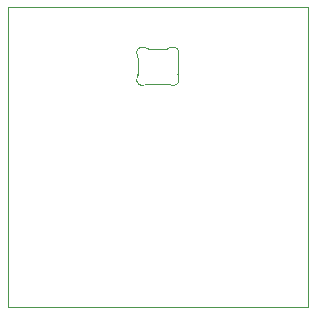
<source format=gm1>
G04 #@! TF.GenerationSoftware,KiCad,Pcbnew,8.0.5+dfsg-1*
G04 #@! TF.CreationDate,2024-10-30T23:38:13+01:00*
G04 #@! TF.ProjectId,raddr,72616464-722e-46b6-9963-61645f706362,rev?*
G04 #@! TF.SameCoordinates,Original*
G04 #@! TF.FileFunction,Profile,NP*
%FSLAX46Y46*%
G04 Gerber Fmt 4.6, Leading zero omitted, Abs format (unit mm)*
G04 Created by KiCad (PCBNEW 8.0.5+dfsg-1) date 2024-10-30 23:38:13*
%MOMM*%
%LPD*%
G01*
G04 APERTURE LIST*
G04 #@! TA.AperFunction,Profile*
%ADD10C,0.050000*%
G04 #@! TD*
G04 #@! TA.AperFunction,Profile*
%ADD11C,0.100000*%
G04 #@! TD*
G04 APERTURE END LIST*
D10*
X-3810000Y5080000D02*
X21590000Y5080000D01*
X21590000Y-20320000D01*
X-3810000Y-20320000D01*
X-3810000Y5080000D01*
D11*
X7190001Y779043D02*
X7190001Y-626641D01*
X8095548Y-1423799D02*
X9684452Y-1423799D01*
X9684452Y1576200D02*
X8095547Y1576200D01*
X10589999Y-626641D02*
X10589999Y779043D01*
X7140516Y995921D02*
G75*
G02*
X7190002Y779044I-449816J-216721D01*
G01*
X7140516Y995921D02*
G75*
G02*
X7843289Y1644500I450514J216879D01*
G01*
X7190001Y-626641D02*
G75*
G02*
X7140518Y-843520I-500201J41D01*
G01*
X7843289Y-1492098D02*
G75*
G02*
X7140519Y-843519I-252259J431698D01*
G01*
X7843289Y-1492098D02*
G75*
G02*
X8095548Y-1423799I252261J-431712D01*
G01*
X8095547Y1576200D02*
G75*
G02*
X7843289Y1644499I3J500010D01*
G01*
X9684452Y-1423799D02*
G75*
G02*
X9936710Y-1492098I-3J-500009D01*
G01*
X9936711Y1644500D02*
G75*
G02*
X9684453Y1576201I-252261J431710D01*
G01*
X9936711Y1644500D02*
G75*
G02*
X10639484Y995921I252258J-431701D01*
G01*
X10589999Y779043D02*
G75*
G02*
X10639484Y995921I499990J2D01*
G01*
X10639484Y-843519D02*
G75*
G02*
X9936711Y-1492096I-450515J-216877D01*
G01*
X10639484Y-843519D02*
G75*
G02*
X10589999Y-626642I450505J216876D01*
G01*
M02*

</source>
